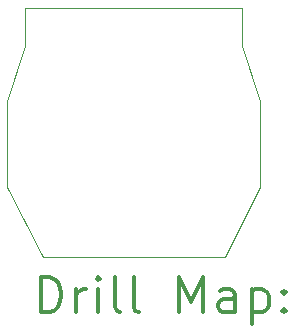
<source format=gbr>
%FSLAX45Y45*%
G04 Gerber Fmt 4.5, Leading zero omitted, Abs format (unit mm)*
G04 Created by KiCad (PCBNEW (5.1.10)-1) date 2021-07-25 13:55:40*
%MOMM*%
%LPD*%
G01*
G04 APERTURE LIST*
%TA.AperFunction,Profile*%
%ADD10C,0.050000*%
%TD*%
%ADD11C,0.200000*%
%ADD12C,0.300000*%
G04 APERTURE END LIST*
D10*
X17010000Y-10850000D02*
X17010000Y-11580000D01*
X17160000Y-10380000D02*
X17010000Y-10850000D01*
X19150000Y-10850000D02*
X19150000Y-11580000D01*
X19000000Y-10380000D02*
X19150000Y-10850000D01*
X17160000Y-10060000D02*
X17160000Y-10380000D01*
X19000000Y-10060000D02*
X19000000Y-10380000D01*
X17310000Y-12170000D02*
X18850000Y-12170000D01*
X17010000Y-11580000D02*
X17310000Y-12170000D01*
X19150000Y-11580000D02*
X18850000Y-12170000D01*
X17160000Y-10060000D02*
X19000000Y-10060000D01*
D11*
D12*
X17293928Y-12638214D02*
X17293928Y-12338214D01*
X17365357Y-12338214D01*
X17408214Y-12352500D01*
X17436786Y-12381071D01*
X17451071Y-12409643D01*
X17465357Y-12466786D01*
X17465357Y-12509643D01*
X17451071Y-12566786D01*
X17436786Y-12595357D01*
X17408214Y-12623929D01*
X17365357Y-12638214D01*
X17293928Y-12638214D01*
X17593928Y-12638214D02*
X17593928Y-12438214D01*
X17593928Y-12495357D02*
X17608214Y-12466786D01*
X17622500Y-12452500D01*
X17651071Y-12438214D01*
X17679643Y-12438214D01*
X17779643Y-12638214D02*
X17779643Y-12438214D01*
X17779643Y-12338214D02*
X17765357Y-12352500D01*
X17779643Y-12366786D01*
X17793928Y-12352500D01*
X17779643Y-12338214D01*
X17779643Y-12366786D01*
X17965357Y-12638214D02*
X17936786Y-12623929D01*
X17922500Y-12595357D01*
X17922500Y-12338214D01*
X18122500Y-12638214D02*
X18093928Y-12623929D01*
X18079643Y-12595357D01*
X18079643Y-12338214D01*
X18465357Y-12638214D02*
X18465357Y-12338214D01*
X18565357Y-12552500D01*
X18665357Y-12338214D01*
X18665357Y-12638214D01*
X18936786Y-12638214D02*
X18936786Y-12481071D01*
X18922500Y-12452500D01*
X18893928Y-12438214D01*
X18836786Y-12438214D01*
X18808214Y-12452500D01*
X18936786Y-12623929D02*
X18908214Y-12638214D01*
X18836786Y-12638214D01*
X18808214Y-12623929D01*
X18793928Y-12595357D01*
X18793928Y-12566786D01*
X18808214Y-12538214D01*
X18836786Y-12523929D01*
X18908214Y-12523929D01*
X18936786Y-12509643D01*
X19079643Y-12438214D02*
X19079643Y-12738214D01*
X19079643Y-12452500D02*
X19108214Y-12438214D01*
X19165357Y-12438214D01*
X19193928Y-12452500D01*
X19208214Y-12466786D01*
X19222500Y-12495357D01*
X19222500Y-12581071D01*
X19208214Y-12609643D01*
X19193928Y-12623929D01*
X19165357Y-12638214D01*
X19108214Y-12638214D01*
X19079643Y-12623929D01*
X19351071Y-12609643D02*
X19365357Y-12623929D01*
X19351071Y-12638214D01*
X19336786Y-12623929D01*
X19351071Y-12609643D01*
X19351071Y-12638214D01*
X19351071Y-12452500D02*
X19365357Y-12466786D01*
X19351071Y-12481071D01*
X19336786Y-12466786D01*
X19351071Y-12452500D01*
X19351071Y-12481071D01*
M02*

</source>
